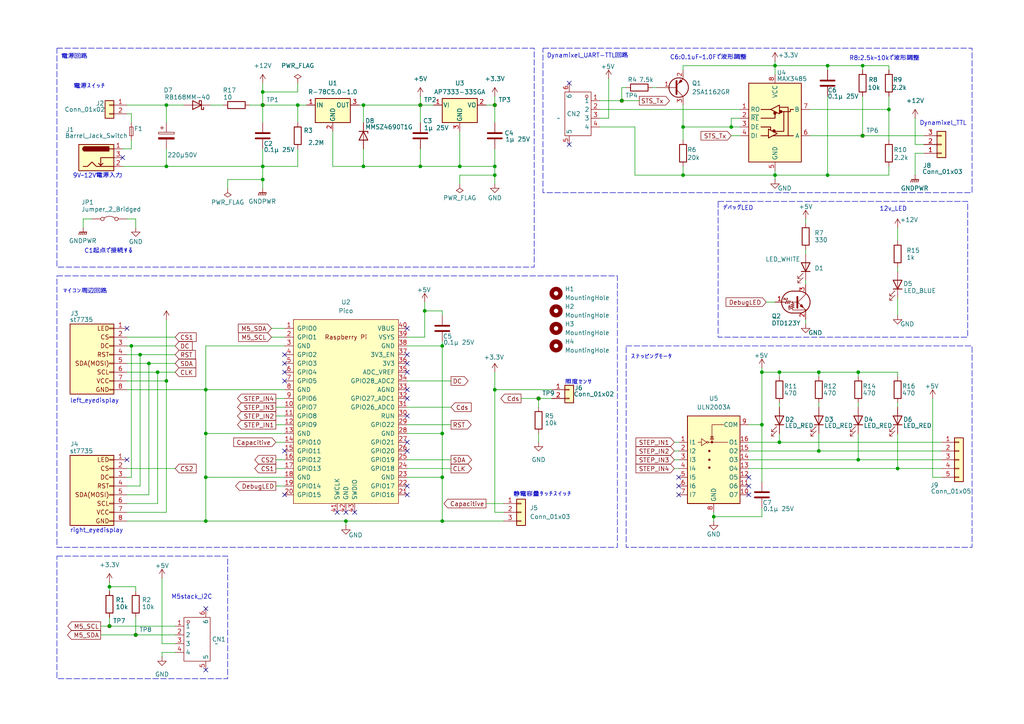
<source format=kicad_sch>
(kicad_sch (version 20231120) (generator "eeschema") (generator_version "8.0")
  (paper "A4")
  (junction (at 59.69 151.13))
  (junction (at 39.37 184.15))
  (junction (at 250.19 19.05))
  (junction (at 59.69 125.73))
  (junction (at 224.79 50.8))
  (junction (at 248.92 107.95))
  (junction (at 180.34 29.21))
  (junction (at 133.35 48.26))
  (junction (at 105.41 30.48))
  (junction (at 257.81 31.75))
  (junction (at 240.03 50.8))
  (junction (at 237.49 107.95))
  (junction (at 226.06 107.95))
  (junction (at 128.27 125.73))
  (junction (at 48.26 30.48))
  (junction (at 128.27 138.43))
  (junction (at 143.51 50.8))
  (junction (at 156.21 115.57))
  (junction (at 128.27 151.13))
  (junction (at 121.92 30.48))
  (junction (at 59.69 138.43))
  (junction (at 260.35 135.89))
  (junction (at 38.1 100.33))
  (junction (at 48.26 48.26))
  (junction (at 121.92 48.26))
  (junction (at 100.33 151.13))
  (junction (at 76.2 48.26))
  (junction (at 143.51 48.26))
  (junction (at 207.01 149.86))
  (junction (at 43.18 105.41))
  (junction (at 76.2 52.07))
  (junction (at 237.49 130.81))
  (junction (at 224.79 19.05))
  (junction (at 143.51 30.48))
  (junction (at 248.92 133.35))
  (junction (at 212.09 36.83))
  (junction (at 31.75 181.61))
  (junction (at 59.69 113.03))
  (junction (at 240.03 19.05))
  (junction (at 198.12 36.83))
  (junction (at 128.27 100.33))
  (junction (at 76.2 30.48))
  (junction (at 123.19 90.17))
  (junction (at 31.75 170.18))
  (junction (at 250.19 39.37))
  (junction (at 226.06 128.27))
  (junction (at 143.51 113.03))
  (junction (at 76.2 26.67))
  (junction (at 45.72 107.95))
  (junction (at 105.41 48.26))
  (junction (at 48.26 110.49))
  (junction (at 220.98 107.95))
  (junction (at 40.64 102.87))
  (junction (at 86.36 30.48))
  (junction (at 220.98 123.19))
  (junction (at 198.12 50.8))
  (no_connect (at 196.85 143.51))
  (no_connect (at 196.85 140.97))
  (no_connect (at 217.17 140.97))
  (no_connect (at 82.55 130.81))
  (no_connect (at 118.11 105.41))
  (no_connect (at 102.87 148.59))
  (no_connect (at 100.33 148.59))
  (no_connect (at 217.17 143.51))
  (no_connect (at 118.11 102.87))
  (no_connect (at 217.17 138.43))
  (no_connect (at 118.11 128.27))
  (no_connect (at 36.83 133.35))
  (no_connect (at 35.56 45.72))
  (no_connect (at 118.11 113.03))
  (no_connect (at 97.79 148.59))
  (no_connect (at 59.69 194.31))
  (no_connect (at 118.11 140.97))
  (no_connect (at 82.55 143.51))
  (no_connect (at 165.1 24.13))
  (no_connect (at 82.55 102.87))
  (no_connect (at 118.11 120.65))
  (no_connect (at 118.11 130.81))
  (no_connect (at 118.11 115.57))
  (no_connect (at 82.55 110.49))
  (no_connect (at 82.55 107.95))
  (no_connect (at 118.11 95.25))
  (no_connect (at 36.83 95.25))
  (no_connect (at 196.85 138.43))
  (no_connect (at 118.11 143.51))
  (no_connect (at 165.1 41.91))
  (no_connect (at 59.69 176.53))
  (no_connect (at 82.55 105.41))
  (no_connect (at 118.11 107.95))
  (wire (pts (xy 128.27 100.33) (xy 128.27 125.73)))
  (wire (pts (xy 31.75 181.61) (xy 29.21 181.61)))
  (wire (pts (xy 143.51 113.03) (xy 143.51 148.59)))
  (wire (pts (xy 173.99 31.75) (xy 214.63 31.75)))
  (wire (pts (xy 80.01 123.19) (xy 82.55 123.19)))
  (wire (pts (xy 185.42 29.21) (xy 180.34 29.21)))
  (wire (pts (xy 128.27 99.06) (xy 128.27 100.33)))
  (wire (pts (xy 80.01 118.11) (xy 82.55 118.11)))
  (wire (pts (xy 104.14 30.48) (xy 105.41 30.48)))
  (wire (pts (xy 80.01 115.57) (xy 82.55 115.57)))
  (wire (pts (xy 265.43 44.45) (xy 265.43 50.8)))
  (wire (pts (xy 76.2 35.56) (xy 76.2 30.48)))
  (wire (pts (xy 198.12 19.05) (xy 224.79 19.05)))
  (wire (pts (xy 96.52 48.26) (xy 105.41 48.26)))
  (wire (pts (xy 39.37 171.45) (xy 39.37 170.18)))
  (wire (pts (xy 59.69 100.33) (xy 59.69 113.03)))
  (wire (pts (xy 105.41 35.56) (xy 105.41 30.48)))
  (wire (pts (xy 240.03 19.05) (xy 250.19 19.05)))
  (wire (pts (xy 39.37 184.15) (xy 50.8 184.15)))
  (wire (pts (xy 82.55 125.73) (xy 59.69 125.73)))
  (wire (pts (xy 156.21 125.73) (xy 156.21 128.27)))
  (wire (pts (xy 237.49 116.84) (xy 237.49 118.11)))
  (wire (pts (xy 207.01 149.86) (xy 207.01 148.59)))
  (wire (pts (xy 250.19 20.32) (xy 250.19 19.05)))
  (wire (pts (xy 121.92 43.18) (xy 121.92 48.26)))
  (wire (pts (xy 128.27 91.44) (xy 128.27 90.17)))
  (wire (pts (xy 36.83 63.5) (xy 39.37 63.5)))
  (wire (pts (xy 46.99 189.23) (xy 46.99 190.5)))
  (wire (pts (xy 36.83 148.59) (xy 48.26 148.59)))
  (wire (pts (xy 36.83 140.97) (xy 40.64 140.97)))
  (wire (pts (xy 143.51 148.59) (xy 146.05 148.59)))
  (wire (pts (xy 50.8 189.23) (xy 46.99 189.23)))
  (wire (pts (xy 24.13 66.04) (xy 24.13 63.5)))
  (wire (pts (xy 217.17 128.27) (xy 226.06 128.27)))
  (wire (pts (xy 248.92 125.73) (xy 248.92 133.35)))
  (wire (pts (xy 212.09 36.83) (xy 214.63 36.83)))
  (wire (pts (xy 176.53 22.86) (xy 176.53 34.29)))
  (wire (pts (xy 198.12 30.48) (xy 198.12 36.83)))
  (wire (pts (xy 133.35 53.34) (xy 133.35 50.8)))
  (wire (pts (xy 198.12 36.83) (xy 198.12 40.64)))
  (wire (pts (xy 29.21 184.15) (xy 39.37 184.15)))
  (wire (pts (xy 270.51 115.57) (xy 270.51 138.43)))
  (wire (pts (xy 128.27 151.13) (xy 100.33 151.13)))
  (wire (pts (xy 45.72 107.95) (xy 50.8 107.95)))
  (wire (pts (xy 123.19 87.63) (xy 123.19 90.17)))
  (wire (pts (xy 86.36 48.26) (xy 76.2 48.26)))
  (wire (pts (xy 257.81 31.75) (xy 257.81 40.64)))
  (wire (pts (xy 217.17 133.35) (xy 248.92 133.35)))
  (wire (pts (xy 224.79 50.8) (xy 224.79 52.07)))
  (wire (pts (xy 36.83 143.51) (xy 43.18 143.51)))
  (wire (pts (xy 66.04 54.61) (xy 66.04 52.07)))
  (wire (pts (xy 59.69 151.13) (xy 100.33 151.13)))
  (wire (pts (xy 86.36 26.67) (xy 76.2 26.67)))
  (wire (pts (xy 260.35 135.89) (xy 273.05 135.89)))
  (wire (pts (xy 45.72 146.05) (xy 45.72 107.95)))
  (wire (pts (xy 173.99 34.29) (xy 176.53 34.29)))
  (wire (pts (xy 226.06 116.84) (xy 226.06 118.11)))
  (wire (pts (xy 80.01 120.65) (xy 82.55 120.65)))
  (wire (pts (xy 133.35 50.8) (xy 143.51 50.8)))
  (wire (pts (xy 24.13 63.5) (xy 26.67 63.5)))
  (wire (pts (xy 118.11 133.35) (xy 130.81 133.35)))
  (wire (pts (xy 156.21 115.57) (xy 160.02 115.57)))
  (wire (pts (xy 257.81 48.26) (xy 257.81 50.8)))
  (wire (pts (xy 265.43 34.29) (xy 265.43 41.91)))
  (wire (pts (xy 220.98 149.86) (xy 207.01 149.86)))
  (wire (pts (xy 59.69 113.03) (xy 82.55 113.03)))
  (wire (pts (xy 123.19 90.17) (xy 123.19 97.79)))
  (wire (pts (xy 240.03 19.05) (xy 224.79 19.05)))
  (wire (pts (xy 273.05 130.81) (xy 237.49 130.81)))
  (wire (pts (xy 217.17 130.81) (xy 237.49 130.81)))
  (wire (pts (xy 248.92 116.84) (xy 248.92 118.11)))
  (wire (pts (xy 143.51 107.95) (xy 143.51 113.03)))
  (wire (pts (xy 35.56 48.26) (xy 48.26 48.26)))
  (wire (pts (xy 86.36 30.48) (xy 88.9 30.48)))
  (wire (pts (xy 250.19 39.37) (xy 267.97 39.37)))
  (wire (pts (xy 217.17 135.89) (xy 260.35 135.89)))
  (wire (pts (xy 105.41 48.26) (xy 121.92 48.26)))
  (wire (pts (xy 234.95 31.75) (xy 257.81 31.75)))
  (wire (pts (xy 224.79 17.78) (xy 224.79 19.05)))
  (wire (pts (xy 195.58 133.35) (xy 196.85 133.35)))
  (wire (pts (xy 184.15 50.8) (xy 198.12 50.8)))
  (wire (pts (xy 36.83 110.49) (xy 48.26 110.49)))
  (wire (pts (xy 224.79 19.05) (xy 224.79 21.59)))
  (wire (pts (xy 189.23 25.4) (xy 190.5 25.4)))
  (wire (pts (xy 237.49 109.22) (xy 237.49 107.95)))
  (wire (pts (xy 195.58 135.89) (xy 196.85 135.89)))
  (wire (pts (xy 237.49 125.73) (xy 237.49 130.81)))
  (wire (pts (xy 43.18 143.51) (xy 43.18 105.41)))
  (wire (pts (xy 36.83 105.41) (xy 43.18 105.41)))
  (wire (pts (xy 118.11 97.79) (xy 123.19 97.79)))
  (wire (pts (xy 80.01 135.89) (xy 82.55 135.89)))
  (wire (pts (xy 39.37 63.5) (xy 39.37 66.04)))
  (wire (pts (xy 214.63 34.29) (xy 212.09 34.29)))
  (wire (pts (xy 40.64 140.97) (xy 40.64 102.87)))
  (wire (pts (xy 128.27 125.73) (xy 128.27 138.43)))
  (wire (pts (xy 96.52 38.1) (xy 96.52 48.26)))
  (wire (pts (xy 48.26 30.48) (xy 53.34 30.48)))
  (wire (pts (xy 128.27 151.13) (xy 146.05 151.13)))
  (wire (pts (xy 250.19 27.94) (xy 250.19 39.37)))
  (wire (pts (xy 72.39 30.48) (xy 76.2 30.48)))
  (wire (pts (xy 36.83 151.13) (xy 59.69 151.13)))
  (wire (pts (xy 118.11 138.43) (xy 128.27 138.43)))
  (wire (pts (xy 156.21 118.11) (xy 156.21 115.57)))
  (wire (pts (xy 143.51 48.26) (xy 133.35 48.26)))
  (wire (pts (xy 31.75 179.07) (xy 31.75 181.61)))
  (wire (pts (xy 59.69 138.43) (xy 82.55 138.43)))
  (wire (pts (xy 240.03 27.94) (xy 240.03 50.8)))
  (wire (pts (xy 118.11 110.49) (xy 130.81 110.49)))
  (wire (pts (xy 233.68 81.28) (xy 233.68 82.55)))
  (wire (pts (xy 36.83 102.87) (xy 40.64 102.87)))
  (wire (pts (xy 78.74 97.79) (xy 82.55 97.79)))
  (wire (pts (xy 105.41 30.48) (xy 121.92 30.48)))
  (wire (pts (xy 240.03 50.8) (xy 257.81 50.8)))
  (wire (pts (xy 46.99 167.64) (xy 46.99 186.69)))
  (wire (pts (xy 260.35 107.95) (xy 248.92 107.95)))
  (wire (pts (xy 198.12 48.26) (xy 198.12 50.8)))
  (wire (pts (xy 198.12 50.8) (xy 224.79 50.8)))
  (wire (pts (xy 76.2 52.07) (xy 76.2 54.61)))
  (wire (pts (xy 260.35 116.84) (xy 260.35 118.11)))
  (wire (pts (xy 78.74 95.25) (xy 82.55 95.25)))
  (wire (pts (xy 220.98 147.32) (xy 220.98 149.86)))
  (wire (pts (xy 237.49 107.95) (xy 226.06 107.95)))
  (wire (pts (xy 86.36 24.13) (xy 86.36 26.67)))
  (wire (pts (xy 50.8 181.61) (xy 31.75 181.61)))
  (wire (pts (xy 66.04 52.07) (xy 76.2 52.07)))
  (wire (pts (xy 38.1 40.64) (xy 38.1 43.18)))
  (wire (pts (xy 151.13 115.57) (xy 156.21 115.57)))
  (wire (pts (xy 86.36 35.56) (xy 86.36 30.48)))
  (wire (pts (xy 50.8 105.41) (xy 43.18 105.41)))
  (wire (pts (xy 195.58 128.27) (xy 196.85 128.27)))
  (wire (pts (xy 184.15 36.83) (xy 184.15 50.8)))
  (wire (pts (xy 226.06 128.27) (xy 273.05 128.27)))
  (wire (pts (xy 273.05 138.43) (xy 270.51 138.43)))
  (wire (pts (xy 39.37 179.07) (xy 39.37 184.15)))
  (wire (pts (xy 36.83 33.02) (xy 38.1 33.02)))
  (wire (pts (xy 212.09 39.37) (xy 214.63 39.37)))
  (wire (pts (xy 38.1 33.02) (xy 38.1 35.56)))
  (wire (pts (xy 233.68 63.5) (xy 233.68 64.77)))
  (wire (pts (xy 48.26 110.49) (xy 48.26 148.59)))
  (wire (pts (xy 76.2 48.26) (xy 76.2 52.07)))
  (wire (pts (xy 38.1 100.33) (xy 50.8 100.33)))
  (wire (pts (xy 260.35 109.22) (xy 260.35 107.95)))
  (wire (pts (xy 257.81 27.94) (xy 257.81 31.75)))
  (wire (pts (xy 220.98 139.7) (xy 220.98 123.19)))
  (wire (pts (xy 222.25 87.63) (xy 224.79 87.63)))
  (wire (pts (xy 226.06 125.73) (xy 226.06 128.27)))
  (wire (pts (xy 76.2 26.67) (xy 76.2 30.48)))
  (wire (pts (xy 105.41 43.18) (xy 105.41 48.26)))
  (wire (pts (xy 257.81 20.32) (xy 257.81 19.05)))
  (wire (pts (xy 143.51 43.18) (xy 143.51 48.26)))
  (wire (pts (xy 118.11 123.19) (xy 130.81 123.19)))
  (wire (pts (xy 40.64 102.87) (xy 50.8 102.87)))
  (wire (pts (xy 224.79 49.53) (xy 224.79 50.8)))
  (wire (pts (xy 31.75 170.18) (xy 31.75 171.45)))
  (wire (pts (xy 38.1 138.43) (xy 38.1 100.33)))
  (wire (pts (xy 59.69 125.73) (xy 59.69 138.43)))
  (wire (pts (xy 260.35 125.73) (xy 260.35 135.89)))
  (wire (pts (xy 248.92 107.95) (xy 237.49 107.95)))
  (wire (pts (xy 248.92 133.35) (xy 273.05 133.35)))
  (wire (pts (xy 59.69 113.03) (xy 59.69 125.73)))
  (wire (pts (xy 48.26 43.18) (xy 48.26 48.26)))
  (wire (pts (xy 121.92 27.94) (xy 121.92 30.48)))
  (wire (pts (xy 220.98 106.68) (xy 220.98 107.95)))
  (wire (pts (xy 36.83 138.43) (xy 38.1 138.43)))
  (wire (pts (xy 31.75 168.91) (xy 31.75 170.18)))
  (wire (pts (xy 36.83 113.03) (xy 59.69 113.03)))
  (wire (pts (xy 143.51 27.94) (xy 143.51 30.48)))
  (wire (pts (xy 173.99 36.83) (xy 184.15 36.83)))
  (wire (pts (xy 86.36 43.18) (xy 86.36 48.26)))
  (wire (pts (xy 140.97 30.48) (xy 143.51 30.48)))
  (wire (pts (xy 195.58 130.81) (xy 196.85 130.81)))
  (wire (pts (xy 59.69 138.43) (xy 59.69 151.13)))
  (wire (pts (xy 80.01 133.35) (xy 82.55 133.35)))
  (wire (pts (xy 36.83 146.05) (xy 45.72 146.05)))
  (wire (pts (xy 198.12 20.32) (xy 198.12 19.05)))
  (wire (pts (xy 76.2 43.18) (xy 76.2 48.26)))
  (wire (pts (xy 46.99 186.69) (xy 50.8 186.69)))
  (wire (pts (xy 220.98 107.95) (xy 220.98 123.19)))
  (wire (pts (xy 39.37 170.18) (xy 31.75 170.18)))
  (wire (pts (xy 59.69 100.33) (xy 82.55 100.33)))
  (wire (pts (xy 250.19 19.05) (xy 257.81 19.05)))
  (wire (pts (xy 48.26 30.48) (xy 48.26 35.56)))
  (wire (pts (xy 265.43 41.91) (xy 267.97 41.91)))
  (wire (pts (xy 121.92 35.56) (xy 121.92 30.48)))
  (wire (pts (xy 265.43 44.45) (xy 267.97 44.45)))
  (wire (pts (xy 36.83 107.95) (xy 45.72 107.95)))
  (wire (pts (xy 118.11 135.89) (xy 130.81 135.89)))
  (wire (pts (xy 143.51 113.03) (xy 160.02 113.03)))
  (wire (pts (xy 36.83 30.48) (xy 48.26 30.48)))
  (wire (pts (xy 260.35 66.04) (xy 260.35 69.85)))
  (wire (pts (xy 226.06 109.22) (xy 226.06 107.95)))
  (wire (pts (xy 143.51 30.48) (xy 143.51 35.56)))
  (wire (pts (xy 233.68 72.39) (xy 233.68 73.66)))
  (wire (pts (xy 226.06 107.95) (xy 220.98 107.95)))
  (wire (pts (xy 248.92 109.22) (xy 248.92 107.95)))
  (wire (pts (xy 76.2 24.13) (xy 76.2 26.67)))
  (wire (pts (xy 128.27 138.43) (xy 128.27 151.13)))
  (wire (pts (xy 118.11 125.73) (xy 128.27 125.73)))
  (wire (pts (xy 36.83 100.33) (xy 38.1 100.33)))
  (wire (pts (xy 260.35 86.36) (xy 260.35 91.44)))
  (wire (pts (xy 76.2 30.48) (xy 86.36 30.48)))
  (wire (pts (xy 143.51 50.8) (xy 143.51 48.26)))
  (wire (pts (xy 207.01 149.86) (xy 207.01 151.13)))
  (wire (pts (xy 36.83 97.79) (xy 50.8 97.79)))
  (wire (pts (xy 128.27 90.17) (xy 123.19 90.17)))
  (wire (pts (xy 35.56 43.18) (xy 38.1 43.18)))
  (wire (pts (xy 217.17 123.19) (xy 220.98 123.19)))
  (wire (pts (xy 240.03 50.8) (xy 224.79 50.8)))
  (wire (pts (xy 133.35 48.26) (xy 121.92 48.26)))
  (wire (pts (xy 198.12 36.83) (xy 212.09 36.83)))
  (wire (pts (xy 260.35 77.47) (xy 260.35 78.74)))
  (wire (pts (xy 48.26 48.26) (xy 76.2 48.26)))
  (wire (pts (xy 133.35 38.1) (xy 133.35 48.26)))
  (wire (pts (xy 233.68 92.71) (xy 233.68 93.98)))
  (wire (pts (xy 130.81 118.11) (xy 118.11 118.11)))
  (wire (pts (xy 60.96 30.48) (xy 64.77 30.48)))
  (wire (pts (xy 121.92 30.48) (xy 125.73 30.48)))
  (wire (pts (xy 80.01 128.27) (xy 82.55 128.27)))
  (wire (pts (xy 143.51 53.34) (xy 143.51 50.8)))
  (wire (pts (xy 173.99 29.21) (xy 180.34 29.21)))
  (wire (pts (xy 250.19 39.37) (xy 234.95 39.37)))
  (wire (pts (xy 180.34 25.4) (xy 181.61 25.4)))
  (wire (pts (xy 48.26 92.71) (xy 48.26 110.49)))
  (wire (pts (xy 118.11 100.33) (xy 128.27 100.33)))
  (wire (pts (xy 100.33 151.13) (xy 100.33 152.4)))
  (wire (pts (xy 140.97 146.05) (xy 146.05 146.05)))
  (wire (pts (xy 212.09 34.29) (xy 212.09 36.83)))
  (wire (pts (xy 240.03 19.05) (xy 240.03 20.32)))
  (wire (pts (xy 80.01 140.97) (xy 82.55 140.97)))
  (wire (pts (xy 36.83 135.89) (xy 50.8 135.89)))
  (wire (pts (xy 180.34 25.4) (xy 180.34 29.21)))
  (rectangle (start 208.28 58.42) (end 280.67 97.79) (stroke (width 0) (type dash)))
  (rectangle (start 16.51 13.97) (end 154.94 77.47) (stroke (width 0) (type dash)))
  (rectangle (start 157.48 13.97) (end 281.94 55.88) (stroke (width 0) (type dash)))
  (rectangle (start 16.51 161.29) (end 66.04 196.85) (stroke (width 0) (type dash)))
  (rectangle (start 16.51 80.01) (end 179.07 158.75) (stroke (width 0) (type dash)))
  (rectangle (start 181.61 100.33) (end 281.94 158.75) (stroke (width 0) (type dash)))
  (text "C6:0.1uF~1.0Fで波形調整" (at 205.486 16.764 0) (effects (font (size 1.27 1.27))))
  (text "電源回路" (at 21.59 16.51 0) (effects (font (size 1.27 1.27))))
  (text "デバッグLED" (at 209.55 61.214 0) (effects (font (size 1.27 1.27)) (justify left bottom)))
  (text "C1起点で接続する" (at 31.496 72.898 0) (effects (font (size 1.27 1.27))))
  (text "Dynamixel_TTL" (at 273.558 35.814 0) (effects (font (size 1.27 1.27))))
  (text "right_eyedisplay" (at 20.32 154.686 0) (effects (font (size 1.27 1.27)) (justify left bottom)))
  (text "Dynamixel_UART-TTL回路" (at 170.434 16.256 0) (effects (font (size 1.27 1.27))))
  (text "マイコン周辺回路" (at 24.638 84.582 0) (effects (font (size 1.27 1.27))))
  (text "電源スイッチ" (at 21.336 25.908 0) (effects (font (size 1.27 1.27)) (justify left bottom)))
  (text "静電容量タッチスイッチ" (at 148.844 143.51 0) (effects (font (size 1.27 1.27)) (justify left)))
  (text "M5stack_I2C" (at 55.626 173.228 0) (effects (font (size 1.27 1.27))))
  (text "ステッピングモータ" (at 195.072 104.394 0) (effects (font (size 1.27 1.27)) (justify right bottom)))
  (text "12v_LED" (at 259.08 60.706 0) (effects (font (size 1.27 1.27))))
  (text "left_eyedisplay" (at 20.32 117.094 0) (effects (font (size 1.27 1.27)) (justify left bottom)))
  (text "照度センサ" (at 163.83 110.998 0) (effects (font (size 1.27 1.27)) (justify left)))
  (text "R8:2.5k~10kで波形調整" (at 256.54 17.018 0) (effects (font (size 1.27 1.27))))
  (text "9V~12V電源入力" (at 21.082 51.816 0) (effects (font (size 1.27 1.27)) (justify left bottom)))
  (global_label "STS_Tx" (shape input) (at 212.09 39.37 180) (property "Intersheetrefs" "${INTERSHEET_REFS}" (effects (hide yes))))
  (global_label "DC" (shape input) (at 50.8 100.33 0) (property "Intersheetrefs" "${INTERSHEET_REFS}" (effects (hide yes))))
  (global_label "STEP_IN1" (shape output) (at 80.01 123.19 180) (property "Intersheetrefs" "${INTERSHEET_REFS}" (effects (hide yes))))
  (global_label "CS1" (shape output) (at 80.01 135.89 180) (property "Intersheetrefs" "${INTERSHEET_REFS}" (effects (hide yes))))
  (global_label "Cds" (shape input) (at 130.81 118.11 0) (property "Intersheetrefs" "${INTERSHEET_REFS}" (effects (hide yes))))
  (global_label "STEP_IN3" (shape input) (at 195.58 133.35 180) (property "Intersheetrefs" "${INTERSHEET_REFS}" (effects (hide yes))))
  (global_label "CS2" (shape input) (at 50.8 135.89 0) (property "Intersheetrefs" "${INTERSHEET_REFS}" (effects (hide yes))))
  (global_label "SDA" (shape input) (at 50.8 105.41 0) (property "Intersheetrefs" "${INTERSHEET_REFS}" (effects (hide yes))))
  (global_label "RST" (shape output) (at 130.81 123.19 0) (property "Intersheetrefs" "${INTERSHEET_REFS}" (effects (hide yes))))
  (global_label "DC" (shape output) (at 130.81 110.49 0) (property "Intersheetrefs" "${INTERSHEET_REFS}" (effects (hide yes))))
  (global_label "STEP_IN4" (shape output) (at 80.01 115.57 180) (property "Intersheetrefs" "${INTERSHEET_REFS}" (effects (hide yes))))
  (global_label "RST" (shape input) (at 50.8 102.87 0) (property "Intersheetrefs" "${INTERSHEET_REFS}" (effects (hide yes))))
  (global_label "Capacitive" (shape input) (at 80.01 128.27 180) (property "Intersheetrefs" "${INTERSHEET_REFS}" (effects (hide yes))))
  (global_label "Capacitive" (shape output) (at 140.97 146.05 180) (property "Intersheetrefs" "${INTERSHEET_REFS}" (effects (hide yes))))
  (global_label "Cds" (shape output) (at 151.13 115.57 180) (property "Intersheetrefs" "${INTERSHEET_REFS}" (effects (hide yes))))
  (global_label "STEP_IN3" (shape output) (at 80.01 118.11 180) (property "Intersheetrefs" "${INTERSHEET_REFS}" (effects (hide yes))))
  (global_label "M5_SDA" (shape input) (at 78.74 95.25 180) (property "Intersheetrefs" "${INTERSHEET_REFS}" (effects (hide yes))))
  (global_label "STEP_IN2" (shape output) (at 80.01 120.65 180) (property "Intersheetrefs" "${INTERSHEET_REFS}" (effects (hide yes))))
  (global_label "M5_SCL" (shape input) (at 78.74 97.79 180) (property "Intersheetrefs" "${INTERSHEET_REFS}" (effects (hide yes))))
  (global_label "CS1" (shape input) (at 50.8 97.79 0) (property "Intersheetrefs" "${INTERSHEET_REFS}" (effects (hide yes))))
  (global_label "CLK" (shape input) (at 50.8 107.95 0) (property "Intersheetrefs" "${INTERSHEET_REFS}" (effects (hide yes))))
  (global_label "STS_Tx" (shape output) (at 185.42 29.21 0) (property "Intersheetrefs" "${INTERSHEET_REFS}" (effects (hide yes))))
  (global_label "M5_SCL" (shape output) (at 29.21 181.61 180) (property "Intersheetrefs" "${INTERSHEET_REFS}" (effects (hide yes))))
  (global_label "DebugLED" (shape output) (at 80.01 140.97 180) (property "Intersheetrefs" "${INTERSHEET_REFS}" (effects (hide yes))))
  (global_label "CLK" (shape output) (at 130.81 135.89 0) (property "Intersheetrefs" "${INTERSHEET_REFS}" (effects (hide yes))))
  (global_label "CS2" (shape output) (at 80.01 133.35 180) (property "Intersheetrefs" "${INTERSHEET_REFS}" (effects (hide yes))))
  (global_label "STEP_IN1" (shape input) (at 195.58 128.27 180) (property "Intersheetrefs" "${INTERSHEET_REFS}" (effects (hide yes))))
  (global_label "M5_SDA" (shape output) (at 29.21 184.15 180) (property "Intersheetrefs" "${INTERSHEET_REFS}" (effects (hide yes))))
  (global_label "STEP_IN4" (shape input) (at 195.58 135.89 180) (property "Intersheetrefs" "${INTERSHEET_REFS}" (effects (hide yes))))
  (global_label "SDA" (shape output) (at 130.81 133.35 0) (property "Intersheetrefs" "${INTERSHEET_REFS}" (effects (hide yes))))
  (global_label "STEP_IN2" (shape input) (at 195.58 130.81 180) (property "Intersheetrefs" "${INTERSHEET_REFS}" (effects (hide yes))))
  (global_label "DebugLED" (shape input) (at 222.25 87.63 180) (property "Intersheetrefs" "${INTERSHEET_REFS}" (effects (hide yes))))
  (symbol (lib_id "power:GND") (at 224.79 52.07 0) (unit 1)
    (property "Reference" "#PWR015" (effects (hide yes)))
    (property "Value" "GND" (at 227.584 54.61 0))
    (property "Description" "Power symbol creates a global label with name \"GND\" , ground" (effects (hide yes)))
  )
  (symbol (lib_id "Connector_Generic:Conn_01x02") (at 165.1 113.03 0) (unit 1)
    (property "Reference" "J6" (at 166.624 112.522 0) (effects (justify left)))
    (property "Value" "Conn_01x02" (at 166.37 114.3 0) (effects (justify left)))
    (property "Footprint" "Connector_JST:JST_XH_B2B-XH-A_1x02_P2.50mm_Vertical" (effects (hide yes)))
    (property "Description" "Generic connector, single row, 01x02, script generated (kicad-library-utils/schlib/autogen/connector/)" (effects (hide yes)))
  )
  (symbol (lib_id "power:+5V") (at 233.68 63.5 0) (unit 1)
    (property "Reference" "#PWR017" (effects (hide yes)))
    (property "Value" "+5V" (at 233.68 59.944 0))
    (property "Description" "Power symbol creates a global label with name \"+5V\"" (effects (hide yes)))
  )
  (symbol (lib_id "power:GND") (at 207.01 151.13 0) (unit 1)
    (property "Reference" "#PWR016" (effects (hide yes)))
    (property "Value" "GND" (at 207.01 154.94 0))
    (property "Description" "Power symbol creates a global label with name \"GND\" , ground" (effects (hide yes)))
  )
  (symbol (lib_id "Mechanical:MountingHole") (at 161.29 90.17 0) (unit 1) (exclude_from_sim yes) (in_bom no)
    (property "Reference" "H2" (at 163.83 88.8999 0) (effects (justify left)))
    (property "Value" "MountingHole" (at 163.83 91.4399 0) (effects (justify left)))
    (property "Footprint" "MountingHole:MountingHole_3.2mm_M3" (effects (hide yes)))
    (property "Description" "Mounting Hole without connection" (effects (hide yes)))
  )
  (symbol (lib_id "Connector:TestPoint_Small") (at 39.37 184.15 0) (unit 1)
    (property "Reference" "TP8" (at 40.386 182.626 0) (effects (justify left)))
    (property "Value" "TestPoint_Small" (effects (hide yes)))
    (property "Footprint" "TestPoint:TestPoint_Pad_D1.0mm" (effects (hide yes)))
    (property "Description" "test point" (effects (hide yes)))
  )
  (symbol (lib_id "Device:C") (at 128.27 95.25 180) (unit 1)
    (property "Reference" "C5" (at 129.794 97.536 0))
    (property "Value" "0.1μ 25V" (at 133.096 99.314 0))
    (property "Footprint" "Capacitor_SMD:C_0603_1608Metric_Pad1.08x0.95mm_HandSolder" (effects (hide yes)))
    (property "Description" "Unpolarized capacitor" (effects (hide yes)))
  )
  (symbol (lib_id "Connector:TestPoint_Small") (at 76.2 30.48 0) (unit 1)
    (property "Reference" "TP1" (at 77.216 28.956 0) (effects (justify left)))
    (property "Value" "TestPoint_Small" (effects (hide yes)))
    (property "Footprint" "TestPoint:TestPoint_Pad_D1.0mm" (effects (hide yes)))
    (property "Description" "test point" (effects (hide yes)))
  )
  (symbol (lib_id "Device:R") (at 185.42 25.4 90) (unit 1)
    (property "Reference" "R4" (at 183.388 23.114 90))
    (property "Value" "7.5k" (at 187.452 23.114 90))
    (property "Footprint" "Resistor_SMD:R_0603_1608Metric_Pad0.98x0.95mm_HandSolder" (effects (hide yes)))
    (property "Description" "Resistor" (effects (hide yes)))
  )
  (symbol (lib_id "Device:R") (at 68.58 30.48 90) (unit 1)
    (property "Reference" "R17" (at 66.548 26.162 90))
    (property "Value" "10" (at 66.04 28.194 90))
    (property "Footprint" "Resistor_SMD:R_0805_2012Metric_Pad1.20x1.40mm_HandSolder" (effects (hide yes)))
    (property "Description" "Resistor" (effects (hide yes)))
  )
  (symbol (lib_id "Device:R") (at 237.49 113.03 0) (unit 1)
    (property "Reference" "R12" (at 238.76 112.014 0) (effects (justify left)))
    (property "Value" "470" (at 238.76 114.046 0) (effects (justify left)))
    (property "Footprint" "Resistor_SMD:R_0603_1608Metric_Pad0.98x0.95mm_HandSolder" (effects (hide yes)))
    (property "Description" "Resistor" (effects (hide yes)))
  )
  (symbol (lib_id "power:GND") (at 233.68 93.98 0) (unit 1)
    (property "Reference" "#PWR018" (effects (hide yes)))
    (property "Value" "GND" (at 236.474 96.52 0))
    (property "Description" "Power symbol creates a global label with name \"GND\" , ground" (effects (hide yes)))
  )
  (symbol (lib_id "Device:R") (at 250.19 24.13 180) (unit 1)
    (property "Reference" "R8" (at 253.238 23.114 0))
    (property "Value" "10k" (at 253.492 25.4 0))
    (property "Footprint" "Resistor_SMD:R_0603_1608Metric_Pad0.98x0.95mm_HandSolder" (effects (hide yes)))
    (property "Description" "Resistor" (effects (hide yes)))
  )
  (symbol (lib_id "Device:LED") (at 237.49 121.92 270) (mirror x) (unit 1)
    (property "Reference" "D3" (at 241.808 121.666 90) (effects (justify right)))
    (property "Value" "LED_RED" (at 247.396 123.444 90) (effects (justify right)))
    (property "Footprint" "LED_SMD:LED_0603_1608Metric_Pad1.05x0.95mm_HandSolder" (effects (hide yes)))
    (property "Description" "Light emitting diode" (effects (hide yes)))
  )
  (symbol (lib_id "Device:D_Schottky") (at 57.15 30.48 180) (unit 1)
    (property "Reference" "D7" (at 48.768 26.162 0))
    (property "Value" "RB168MM-40" (at 54.356 28.194 0))
    (property "Footprint" "Diode_SMD:D_SOD-123F" (effects (hide yes)))
    (property "Description" "Schottky diode" (effects (hide yes)))
  )
  (symbol (lib_id "Jumper:Jumper_2_Bridged") (at 31.75 63.5 0) (unit 1) (exclude_from_sim yes)
    (property "Reference" "JP1" (at 25.4 58.674 0))
    (property "Value" "Jumper_2_Bridged" (at 32.258 60.706 0))
    (property "Footprint" "Jumper:SolderJumper-2_P1.3mm_Bridged_Pad1.0x1.5mm" (effects (hide yes)))
    (property "Description" "Jumper, 2-pole, closed/bridged" (effects (hide yes)))
  )
  (symbol (lib_id "Connector:TestPoint_Small") (at 143.51 30.48 0) (unit 1)
    (property "Reference" "TP3" (at 144.526 28.956 0) (effects (justify left)))
    (property "Value" "TestPoint_Small" (effects (hide yes)))
    (property "Footprint" "TestPoint:TestPoint_Pad_D1.0mm" (effects (hide yes)))
    (property "Description" "test point" (effects (hide yes)))
  )
  (symbol (lib_id "Transistor_Array:ULN2003A") (at 207.01 133.35 0) (unit 1)
    (property "Reference" "U5" (at 207.01 115.57 0))
    (property "Value" "ULN2003A" (at 207.01 118.11 0))
    (property "Footprint" "Package_DIP:DIP-16_W7.62mm_Socket_LongPads" (effects (hide yes)))
    (property "Datasheet" "http://www.ti.com/lit/ds/symlink/uln2003a.pdf" (effects (hide yes)))
    (property "Description" "High Voltage, High Current Darlington Transistor Arrays, SOIC16/SOIC16W/DIP16/TSSOP16" (effects (hide yes)))
  )
  (symbol (lib_id "Device:C") (at 76.2 39.37 0) (unit 1)
    (property "Reference" "C2" (at 76.454 41.656 0) (effects (justify left)))
    (property "Value" "0.1μ 25V" (at 76.454 43.434 0) (effects (justify left)))
    (property "Footprint" "Capacitor_SMD:C_0603_1608Metric_Pad1.08x0.95mm_HandSolder" (effects (hide yes)))
    (property "Description" "Unpolarized capacitor" (effects (hide yes)))
  )
  (symbol (lib_id "Device:LED") (at 260.35 82.55 270) (mirror x) (unit 1)
    (property "Reference" "D5" (at 264.668 82.296 90) (effects (justify right)))
    (property "Value" "LED_BLUE" (at 271.526 84.328 90) (effects (justify right)))
    (property "Footprint" "LED_SMD:LED_0603_1608Metric_Pad1.05x0.95mm_HandSolder" (effects (hide yes)))
    (property "Description" "Light emitting diode" (effects (hide yes)))
  )
  (symbol (lib_id "power:GND") (at 46.99 190.5 0) (unit 1)
    (property "Reference" "#PWR03" (effects (hide yes)))
    (property "Value" "GND" (at 46.99 195.58 0))
    (property "Description" "Power symbol creates a global label with name \"GND\" , ground" (effects (hide yes)))
  )
  (symbol (lib_id "Interface_UART:MAX3485") (at 224.79 34.29 0) (unit 1)
    (property "Reference" "U4" (at 225.298 21.082 0) (effects (justify left)))
    (property "Value" "MAX3485" (at 225.298 22.86 0) (effects (justify left)))
    (property "Footprint" "Package_SO:SOP-8_3.9x4.9mm_P1.27mm" (effects (hide yes)))
    (property "Datasheet" "https://datasheets.maximintegrated.com/en/ds/MAX3483-MAX3491.pdf" (effects (hide yes)))
    (property "Description" "True RS-485/RS-422, 10Mbps, Slew-Rate Limited, with low-power shutdown, with receiver/driver enable, 32 receiver drive capacitity, DIP-8 and SOIC-8" (effects (hide yes)))
  )
  (symbol (lib_id "New_Library:HY2.0-4P-WT") (at 168.91 33.02 0) (mirror y) (unit 1)
    (property "Reference" "CN2" (at 168.402 33.02 0) (effects (justify left)))
    (property "Value" "~" (at 162.56 34.29 0) (effects (justify left)))
    (property "Footprint" "mylibrary:CONN-SMD_HY2.0-4P" (effects (hide yes)))
  )
  (symbol (lib_id "power:+3.3V") (at 224.79 17.78 0) (unit 1)
    (property "Reference" "#PWR014" (effects (hide yes)))
    (property "Value" "+3.3V" (at 228.6 16.002 0))
    (property "Description" "Power symbol creates a global label with name \"+3.3V\"" (effects (hide yes)))
  )
  (symbol (lib_id "Device:C") (at 143.51 39.37 0) (unit 1)
    (property "Reference" "C4" (at 146.304 38.608 0) (effects (justify left)))
    (property "Value" "1μ 25V" (at 146.558 40.386 0) (effects (justify left)))
    (property "Footprint" "Capacitor_SMD:C_0603_1608Metric_Pad1.08x0.95mm_HandSolder" (effects (hide yes)))
    (property "Description" "Unpolarized capacitor" (effects (hide yes)))
  )
  (symbol (lib_id "Device:R") (at 156.21 121.92 0) (unit 1)
    (property "Reference" "R5" (at 157.988 120.65 0) (effects (justify left)))
    (property "Value" "10k" (at 157.988 122.682 0) (effects (justify left)))
    (property "Footprint" "Resistor_SMD:R_0603_1608Metric_Pad0.98x0.95mm_HandSolder" (effects (hide yes)))
    (property "Description" "Resistor" (effects (hide yes)))
  )
  (symbol (lib_id "Device:C") (at 240.03 24.13 0) (unit 1)
    (property "Reference" "C6" (at 240.03 26.162 0) (effects (justify left)))
    (property "Value" "0.1μ 25V" (at 240.03 27.94 0) (effects (justify left)))
    (property "Footprint" "Capacitor_SMD:C_0603_1608Metric_Pad1.08x0.95mm_HandSolder" (effects (hide yes)))
    (property "Description" "Unpolarized capacitor" (effects (hide yes)))
  )
  (symbol (lib_id "Device:R") (at 86.36 39.37 180) (unit 1)
    (property "Reference" "R3" (at 89.408 37.846 0))
    (property "Value" "2.2M" (at 91.694 41.402 0))
    (property "Footprint" "Resistor_SMD:R_0603_1608Metric_Pad0.98x0.95mm_HandSolder" (effects (hide yes)))
    (property "Description" "Resistor" (effects (hide yes)))
  )
  (symbol (lib_id "Device:C") (at 220.98 143.51 180) (unit 1)
    (property "Reference" "C7" (at 222.504 145.796 0))
    (property "Value" "0.1μ 25V" (at 225.806 147.574 0))
    (property "Footprint" "Capacitor_SMD:C_0603_1608Metric_Pad1.08x0.95mm_HandSolder" (effects (hide yes)))
    (property "Description" "Unpolarized capacitor" (effects (hide yes)))
  )
  (symbol (lib_id "Device:C") (at 121.92 39.37 0) (unit 1)
    (property "Reference" "C3" (at 122.682 35.052 0) (effects (justify left)))
    (property "Value" "1μ 25V" (at 122.936 37.084 0) (effects (justify left)))
    (property "Footprint" "Capacitor_SMD:C_0603_1608Metric_Pad1.08x0.95mm_HandSolder" (effects (hide yes)))
    (property "Description" "Unpolarized capacitor" (effects (hide yes)))
  )
  (symbol (lib_id "power:+12V") (at 260.35 66.04 0) (unit 1)
    (property "Reference" "#PWR022" (effects (hide yes)))
    (property "Value" "+12V" (at 263.652 63.754 0))
    (property "Description" "Power symbol creates a global label with name \"+12V\"" (effects (hide yes)))
  )
  (symbol (lib_id "Device:R") (at 257.81 24.13 180) (unit 1)
    (property "Reference" "R9" (at 260.35 23.114 0))
    (property "Value" "2.2k" (at 260.858 25.4 0))
    (property "Footprint" "Resistor_SMD:R_0603_1608Metric_Pad0.98x0.95mm_HandSolder" (effects (hide yes)))
    (property "Description" "Resistor" (effects (hide yes)))
  )
  (symbol (lib_id "Device:LED") (at 260.35 121.92 270) (mirror x) (unit 1)
    (property "Reference" "D6" (at 264.668 121.666 90) (effects (justify right)))
    (property "Value" "LED_RED" (at 270.256 123.444 90) (effects (justify right)))
    (property "Footprint" "LED_SMD:LED_0603_1608Metric_Pad1.05x0.95mm_HandSolder" (effects (hide yes)))
    (property "Description" "Light emitting diode" (effects (hide yes)))
  )
  (symbol (lib_id "Connector_Generic:Conn_01x05") (at 278.13 133.35 0) (unit 1)
    (property "Reference" "J9" (at 271.018 140.716 0))
    (property "Value" "Conn_01x05" (at 275.844 142.494 0))
    (property "Footprint" "Connector_JST:JST_XH_B5B-XH-A_1x05_P2.50mm_Vertical" (effects (hide yes)))
    (property "Description" "Generic connector, single row, 01x05, script generated (kicad-library-utils/schlib/autogen/connector/)" (effects (hide yes)))
  )
  (symbol (lib_id "Mechanical:MountingHole") (at 161.29 95.25 0) (unit 1) (exclude_from_sim yes) (in_bom no)
    (property "Reference" "H3" (at 163.83 93.9799 0) (effects (justify left)))
    (property "Value" "MountingHole" (at 163.83 96.5199 0) (effects (justify left)))
    (property "Footprint" "MountingHole:MountingHole_3.2mm_M3" (effects (hide yes)))
    (property "Description" "Mounting Hole without connection" (effects (hide yes)))
  )
  (symbol (lib_id "Connector:TestPoint_Small") (at 121.92 30.48 0) (unit 1)
    (property "Reference" "TP2" (at 122.936 28.956 0) (effects (justify left)))
    (property "Value" "TestPoint_Small" (effects (hide yes)))
    (property "Footprint" "TestPoint:TestPoint_Pad_D1.0mm" (effects (hide yes)))
    (property "Description" "test point" (effects (hide yes)))
  )
  (symbol (lib_id "power:+3.3V") (at 31.75 168.91 0) (unit 1)
    (property "Reference" "#PWR01" (effects (hide yes)))
    (property "Value" "+3.3V" (at 31.75 163.83 0))
    (property "Description" "Power symbol creates a global label with name \"+3.3V\"" (effects (hide yes)))
  )
  (symbol (lib_id "power:+12V") (at 265.43 34.29 0) (unit 1)
    (property "Reference" "#PWR020" (effects (hide yes)))
    (property "Value" "+12V" (at 265.43 29.21 0))
    (property "Description" "Power symbol creates a global label with name \"+12V\"" (effects (hide yes)))
  )
  (symbol (lib_id "Device:Fuse_Small") (at 38.1 38.1 90) (unit 1)
    (property "Reference" "F1" (at 41.402 37.338 90) (effects (justify left)))
    (property "Value" "Fuse_Small" (effects (hide yes)))
    (property "Footprint" "Fuse:Fuseholder_Littelfuse_100_series_5x20mm" (effects (hide yes)))
    (property "Description" "Fuse, small symbol" (effects (hide yes)))
  )
  (symbol (lib_id "Device:LED") (at 248.92 121.92 270) (mirror x) (unit 1)
    (property "Reference" "D4" (at 253.238 121.666 90) (effects (justify right)))
    (property "Value" "LED_RED" (at 258.826 123.444 90) (effects (justify right)))
    (property "Footprint" "LED_SMD:LED_0603_1608Metric_Pad1.05x0.95mm_HandSolder" (effects (hide yes)))
    (property "Description" "Light emitting diode" (effects (hide yes)))
  )
  (symbol (lib_id "power:+5V") (at 270.51 115.57 0) (mirror y) (unit 1)
    (property "Reference" "#PWR02" (effects (hide yes)))
    (property "Value" "+5V" (at 270.256 112.014 0))
    (property "Description" "Power symbol creates a global label with name \"+5V\"" (effects (hide yes)))
  )
  (symbol (lib_id "power:GND") (at 100.33 152.4 0) (unit 1)
    (property "Reference" "#PWR08" (effects (hide yes)))
    (property "Value" "GND" (at 103.124 155.194 0))
    (property "Description" "Power symbol creates a global label with name \"GND\" , ground" (effects (hide yes)))
  )
  (symbol (lib_id "Device:R") (at 233.68 68.58 0) (unit 1)
    (property "Reference" "R7" (at 236.22 67.564 0) (effects (justify left)))
    (property "Value" "330" (at 236.22 69.596 0) (effects (justify left)))
    (property "Footprint" "Resistor_SMD:R_0603_1608Metric_Pad0.98x0.95mm_HandSolder" (effects (hide yes)))
    (property "Description" "Resistor" (effects (hide yes)))
  )
  (symbol (lib_id "Device:LED") (at 226.06 121.92 270) (mirror x) (unit 1)
    (property "Reference" "D2" (at 230.378 121.666 90) (effects (justify right)))
    (property "Value" "LED_RED" (at 235.966 123.444 90) (effects (justify right)))
    (property "Footprint" "LED_SMD:LED_0603_1608Metric_Pad1.05x0.95mm_HandSolder" (effects (hide yes)))
    (property "Description" "Light emitting diode" (effects (hide yes)))
  )
  (symbol (lib_id "Connector:TestPoint_Small") (at 156.21 115.57 0) (unit 1)
    (property "Reference" "TP9" (at 157.226 114.046 0) (effects (justify left)))
    (property "Value" "TestPoint_Small" (effects (hide yes)))
    (property "Footprint" "TestPoint:TestPoint_Pad_D1.0mm" (effects (hide yes)))
    (property "Description" "test point" (effects (hide yes)))
  )
  (symbol (lib_id "Device:C_Polarized") (at 48.26 39.37 0) (unit 1)
    (property "Reference" "C1" (effects (hide yes)))
    (property "Value" "220μ50V" (at 48.514 44.958 0) (effects (justify left)))
    (property "Footprint" "Capacitor_THT:CP_Radial_D8.0mm_P3.50mm" (effects (hide yes)))
    (property "Description" "Polarized capacitor" (effects (hide yes)))
  )
  (symbol (lib_id "power:+5V") (at 123.19 87.63 0) (unit 1)
    (property "Reference" "#PWR010" (effects (hide yes)))
    (property "Value" "+5V" (at 122.936 84.074 0))
    (property "Description" "Power symbol creates a global label with name \"+5V\"" (effects (hide yes)))
  )
  (symbol (lib_id "New_Library:HY2.0-4P-WT") (at 55.88 185.42 0) (unit 1)
    (property "Reference" "CN1" (at 61.468 185.42 0) (effects (justify left)))
    (property "Value" "~" (at 62.23 186.69 0) (effects (justify left)))
    (property "Footprint" "mylibrary:CONN-SMD_HY2.0-4P" (effects (hide yes)))
  )
  (symbol (lib_id "New_Library:Pico") (at 100.33 119.38 0) (unit 1)
    (property "Reference" "U2" (at 100.33 87.63 0))
    (property "Value" "Pico" (at 100.33 90.17 0))
    (property "Footprint" "RPi_Pico:RPi_Pico_SMD_TH" (effects (hide yes)))
  )
  (symbol (lib_id "Connector:TestPoint_Small") (at 250.19 39.37 0) (unit 1)
    (property "Reference" "TP6" (at 251.206 37.846 0) (effects (justify left)))
    (property "Value" "TestPoint_Small" (effects (hide yes)))
    (property "Footprint" "TestPoint:TestPoint_Pad_D1.0mm" (effects (hide yes)))
    (property "Description" "test point" (effects (hide yes)))
  )
  (symbol (lib_id "Regulator_Switching:R-78C5.0-1.0") (at 96.52 30.48 0) (unit 1)
    (property "Reference" "U1" (at 96.52 24.13 0))
    (property "Value" "R-78C5.0-1.0" (at 96.52 26.67 0))
    (property "Footprint" "Converter_DCDC:Converter_DCDC_RECOM_R-78E-0.5_THT" (effects (hide yes)))
    (property "Datasheet" "https://www.recom-power.com/pdf/Innoline/R-78Cxx-1.0.pdf" (effects (hide yes)))
    (property "Description" "1A Step-Down DC/DC-Regulator, 7-42V input, 5V fixed Output Voltage, LM78xx replacement, -40°C to +85°C, SIP3" (effects (hide yes)))
  )
  (symbol (lib_id "Device:LED") (at 233.68 77.47 270) (mirror x) (unit 1)
    (property "Reference" "D1" (at 236.22 77.7874 90) (effects (justify left)))
    (property "Value" "LED_WHITE" (at 221.996 75.184 90) (effects (justify left)))
    (property "Footprint" "LED_SMD:LED_0603_1608Metric_Pad1.05x0.95mm_HandSolder" (effects (hide yes)))
    (property "Description" "Light emitting diode" (effects (hide yes)))
  )
  (symbol (lib_id "Device:R") (at 31.75 175.26 0) (unit 1)
    (property "Reference" "R1" (at 33.528 173.99 0) (effects (justify left)))
    (property "Value" "10k" (at 33.528 176.022 0) (effects (justify left)))
    (property "Footprint" "Resistor_SMD:R_0603_1608Metric_Pad0.98x0.95mm_HandSolder" (effects (hide yes)))
    (property "Description" "Resistor" (effects (hide yes)))
  )
  (symbol (lib_id "power:+3.3V") (at 48.26 92.71 0) (unit 1)
    (property "Reference" "#PWR04" (effects (hide yes)))
    (property "Value" "+3.3V" (effects (hide yes)))
    (property "Description" "Power symbol creates a global label with name \"+3.3V\"" (effects (hide yes)))
  )
  (symbol (lib_id "power:GNDPWR") (at 24.13 66.04 0) (unit 1)
    (property "Reference" "#PWR025" (effects (hide yes)))
    (property "Value" "GNDPWR" (at 24.003 69.85 0))
    (property "Description" "Power symbol creates a global label with name \"GNDPWR\" , global ground" (effects (hide yes)))
  )
  (symbol (lib_id "mylibrary:st7735") (at 31.75 102.87 0) (mirror y) (unit 1)
    (property "Reference" "J3" (at 21.59 90.932 0))
    (property "Value" "st7735" (at 23.622 92.71 0))
    (property "Footprint" "Connector_JST:JST_XH_B8B-XH-A_1x08_P2.50mm_Vertical" (effects (hide yes)))
    (property "Description" "Generic connector, single row, 01x08, script generated (kicad-library-utils/schlib/autogen/connector/)" (effects (hide yes)))
  )
  (symbol (lib_id "Connector_Generic:Conn_01x02") (at 31.75 30.48 0) (mirror y) (unit 1)
    (property "Reference" "J2" (at 30.226 29.972 0) (effects (justify left)))
    (property "Value" "Conn_01x02" (at 30.48 31.75 0) (effects (justify left)))
    (property "Footprint" "Connector_JST:JST_XH_S2B-XH-A_1x02_P2.50mm_Horizontal" (effects (hide yes)))
    (property "Description" "Generic connector, single row, 01x02, script generated (kicad-library-utils/schlib/autogen/connector/)" (effects (hide yes)))
  )
  (symbol (lib_id "Device:R") (at 260.35 73.66 0) (unit 1)
    (property "Reference" "R15" (at 262.89 72.644 0) (effects (justify left)))
    (property "Value" "1k" (at 262.89 74.676 0) (effects (justify left)))
    (property "Footprint" "Resistor_SMD:R_0603_1608Metric_Pad0.98x0.95mm_HandSolder" (effects (hide yes)))
    (property "Description" "Resistor" (effects (hide yes)))
  )
  (symbol (lib_id "power:GNDPWR") (at 265.43 50.8 0) (unit 1)
    (property "Reference" "#PWR021" (effects (hide yes)))
    (property "Value" "GNDPWR" (at 265.303 54.61 0))
    (property "Description" "Power symbol creates a global label with name \"GNDPWR\" , global ground" (effects (hide yes)))
  )
  (symbol (lib_id "power:+5V") (at 121.92 27.94 0) (unit 1)
    (property "Reference" "#PWR07" (effects (hide yes)))
    (property "Value" "+5V" (at 121.92 22.86 0))
    (property "Description" "Power symbol creates a global label with name \"+5V\"" (effects (hide yes)))
  )
  (symbol (lib_id "Device:Q_PNP_BEC") (at 195.58 25.4 0) (mirror x) (unit 1)
    (property "Reference" "Q1" (at 200.66 24.1299 0) (effects (justify left)))
    (property "Value" "2SA1162GR" (at 200.66 26.6699 0) (effects (justify left)))
    (property "Footprint" "Package_TO_SOT_SMD:SC-59_Handsoldering" (effects (hide yes)))
    (property "Description" "PNP transistor, base/emitter/collector" (effects (hide yes)))
  )
  (symbol (lib_id "power:PWR_FLAG") (at 133.35 53.34 180) (unit 1)
    (property "Reference" "#FLG02" (effects (hide yes)))
    (property "Value" "PWR_FLAG" (at 133.35 57.404 0))
    (property "Description" "Special symbol for telling ERC where power comes from" (effects (hide yes)))
  )
  (symbol (lib_id "power:PWR_FLAG") (at 66.04 54.61 180) (unit 1)
    (property "Reference" "#FLG03" (effects (hide yes)))
    (property "Value" "PWR_FLAG" (at 66.04 58.674 0))
    (property "Description" "Special symbol for telling ERC where power comes from" (effects (hide yes)))
  )
  (symbol (lib_id "Connector_Generic:Conn_01x03") (at 273.05 41.91 0) (mirror x) (unit 1)
    (property "Reference" "J8" (at 267.716 48.006 0) (effects (justify left)))
    (property "Value" "Conn_01x03" (at 267.462 49.784 0) (effects (justify left)))
    (property "Footprint" "Connector_JST:JST_EH_S3B-EH_1x03_P2.50mm_Horizontal" (effects (hide yes)))
    (property "Description" "Generic connector, single row, 01x03, script generated (kicad-library-utils/schlib/autogen/connector/)" (effects (hide yes)))
  )
  (symbol (lib_id "power:+12V") (at 76.2 24.13 0) (unit 1)
    (property "Reference" "#PWR05" (effects (hide yes)))
    (property "Value" "+12V" (at 76.2 19.05 0))
    (property "Description" "Power symbol creates a global label with name \"+12V\"" (effects (hide yes)))
  )
  (symbol (lib_id "power:+3.3V") (at 143.51 107.95 0) (unit 1)
    (property "Reference" "#PWR012" (effects (hide yes)))
    (property "Value" "+3.3V" (at 143.256 103.632 0))
    (property "Description" "Power symbol creates a global label with name \"+3.3V\"" (effects (hide yes)))
  )
  (symbol (lib_id "Device:R") (at 248.92 113.03 0) (unit 1)
    (property "Reference" "R14" (at 250.19 112.014 0) (effects (justify left)))
    (property "Value" "470" (at 250.19 114.046 0) (effects (justify left)))
    (property "Footprint" "Resistor_SMD:R_0603_1608Metric_Pad0.98x0.95mm_HandSolder" (effects (hide yes)))
    (property "Description" "Resistor" (effects (hide yes)))
  )
  (symbol (lib_id "power:+5V") (at 46.99 167.64 0) (unit 1)
    (property "Reference" "#PWR011" (effects (hide yes)))
    (property "Value" "+5V" (at 46.99 164.084 0))
    (property "Description" "Power symbol creates a global label with name \"+5V\"" (effects (hide yes)))
  )
  (symbol (lib_id "power:PWR_FLAG") (at 86.36 24.13 0) (unit 1)
    (property "Reference" "#FLG01" (effects (hide yes)))
    (property "Value" "PWR_FLAG" (at 86.36 19.05 0))
    (property "Description" "Special symbol for telling ERC where power comes from" (effects (hide yes)))
  )
  (symbol (lib_id "Device:R") (at 260.35 113.03 0) (unit 1)
    (property "Reference" "R16" (at 261.62 112.014 0) (effects (justify left)))
    (property "Value" "470" (at 261.62 114.046 0) (effects (justify left)))
    (property "Footprint" "Resistor_SMD:R_0603_1608Metric_Pad0.98x0.95mm_HandSolder" (effects (hide yes)))
    (property "Description" "Resistor" (effects (hide yes)))
  )
  (symbol (lib_id "Device:R") (at 198.12 44.45 180) (unit 1)
    (property "Reference" "R6" (at 200.66 43.434 0))
    (property "Value" "20k" (at 201.168 45.72 0))
    (property "Footprint" "Resistor_SMD:R_0603_1608Metric_Pad0.98x0.95mm_HandSolder" (effects (hide yes)))
    (property "Description" "Resistor" (effects (hide yes)))
  )
  (symbol (lib_id "Regulator_Linear:AP7384-50SA") (at 133.35 30.48 0) (unit 1)
    (property "Reference" "U3" (at 133.35 24.13 0))
    (property "Value" "AP7333-33SGA" (at 133.35 26.67 0))
    (property "Footprint" "Package_TO_SOT_SMD:SOT-23_Handsoldering" (effects (hide yes)))
    (property "Datasheet" "https://www.diodes.com/assets/Datasheets/AP7384.pdf" (effects (hide yes)))
    (property "Description" "50mA Low Dropout Voltage Regulator, Fixed Output 5V, Wide Input Voltage Range 40V, SOT-23" (effects (hide yes)))
  )
  (symbol (lib_id "Device:R") (at 257.81 44.45 180) (unit 1)
    (property "Reference" "R10" (at 261.112 43.434 0))
    (property "Value" "2.2k" (at 261.366 45.72 0))
    (property "Footprint" "Resistor_SMD:R_0603_1608Metric_Pad0.98x0.95mm_HandSolder" (effects (hide yes)))
    (property "Description" "Resistor" (effects (hide yes)))
  )
  (symbol (lib_id "power:+5V") (at 176.53 22.86 0) (unit 1)
    (property "Reference" "#PWR027" (effects (hide yes)))
    (property "Value" "+5V" (at 176.276 19.304 0))
    (property "Description" "Power symbol creates a global label with name \"+5V\"" (effects (hide yes)))
  )
  (symbol (lib_id "power:GND") (at 39.37 66.04 0) (unit 1)
    (property "Reference" "#PWR026" (effects (hide yes)))
    (property "Value" "GND" (at 39.37 70.104 0))
    (property "Description" "Power symbol creates a global label with name \"GND\" , ground" (effects (hide yes)))
  )
  (symbol (lib_id "Mechanical:MountingHole") (at 161.29 100.33 0) (unit 1) (exclude_from_sim yes) (in_bom no)
    (property "Reference" "H4" (at 163.83 99.0599 0) (effects (justify left)))
    (property "Value" "MountingHole" (at 163.83 101.5999 0) (effects (justify left)))
    (property "Footprint" "MountingHole:MountingHole_3.2mm_M3" (effects (hide yes)))
    (property "Description" "Mounting Hole without connection" (effects (hide yes)))
  )
  (symbol (lib_id "Device:D_Zener") (at 105.41 39.37 270) (unit 1)
    (property "Reference" "D8" (at 105.918 35.0519 90) (effects (justify left)))
    (property "Value" "MMSZ4690T1G" (at 105.918 36.83 90) (effects (justify left)))
    (property "Footprint" "Diode_SMD:D_SOD-123" (effects (hide yes)))
    (property "Description" "Zener diode" (effects (hide yes)))
  )
  (symbol (lib_id "Connector:TestPoint_Small") (at 31.75 181.61 0) (unit 1)
    (property "Reference" "TP7" (at 32.766 180.086 0) (effects (justify left)))
    (property "Value" "TestPoint_Small" (effects (hide yes)))
    (property "Footprint" "TestPoint:TestPoint_Pad_D1.0mm" (effects (hide yes)))
    (property "Description" "test point" (effects (hide yes)))
  )
  (symbol (lib_id "power:GND") (at 143.51 53.34 0) (unit 1)
    (property "Reference" "#PWR06" (effects (hide yes)))
    (property "Value" "GND" (at 143.51 57.404 0))
    (property "Description" "Power symbol creates a global label with name \"GND\" , ground" (effects (hide yes)))
  )
  (symbol (lib_id "power:GND") (at 156.21 128.27 0) (unit 1)
    (property "Reference" "#PWR013" (effects (hide yes)))
    (property "Value" "GND" (at 156.21 133.35 0))
    (property "Description" "Power symbol creates a global label with name \"GND\" , ground" (effects (hide yes)))
  )
  (symbol (lib_id "power:+3.3V") (at 143.51 27.94 0) (unit 1)
    (property "Reference" "#PWR09" (effects (hide yes)))
    (property "Value" "+3.3V" (at 143.51 22.86 0))
    (property "Description" "Power symbol creates a global label with name \"+3.3V\"" (effects (hide yes)))
  )
  (symbol (lib_id "power:GND") (at 260.35 91.44 0) (unit 1)
    (property "Reference" "#PWR023" (effects (hide yes)))
    (property "Value" "GND" (at 263.144 93.98 0))
    (property "Description" "Power symbol creates a global label with name \"GND\" , ground" (effects (hide yes)))
  )
  (symbol (lib_id "power:+5V") (at 220.98 106.68 0) (mirror y) (unit 1)
    (property "Reference" "#PWR019" (effects (hide yes)))
    (property "Value" "+5V" (at 220.726 103.124 0))
    (property "Description" "Power symbol creates a global label with name \"+5V\"" (effects (hide yes)))
  )
  (symbol (lib_id "Connector:TestPoint_Small") (at 180.34 29.21 0) (unit 1)
    (property "Reference" "TP4" (at 181.356 27.686 0) (effects (justify left)))
    (property "Value" "TestPoint_Small" (effects (hide yes)))
    (property "Footprint" "TestPoint:TestPoint_Pad_D1.0mm" (effects (hide yes)))
    (property "Description" "test point" (effects (hide yes)))
  )
  (symbol (lib_id "Connector_Generic:Conn_01x03") (at 151.13 148.59 0) (unit 1)
    (property "Reference" "J5" (at 153.67 147.32 0) (effects (justify left)))
    (property "Value" "Conn_01x03" (at 153.67 149.86 0) (effects (justify left)))
    (property "Footprint" "Connector_JST:JST_XH_B3B-XH-A_1x03_P2.50mm_Vertical" (effects (hide yes)))
    (property "Description" "Generic connector, single row, 01x03, script generated (kicad-library-utils/schlib/autogen/connector/)" (effects (hide yes)))
  )
  (symbol (lib_id "Mechanical:MountingHole") (at 161.29 85.09 0) (unit 1) (exclude_from_sim yes) (in_bom no)
    (property "Reference" "H1" (at 163.83 83.8199 0) (effects (justify left)))
    (property "Value" "MountingHole" (at 163.83 86.3599 0) (effects (justify left)))
    (property "Footprint" "MountingHole:MountingHole_3.2mm_M3" (effects (hide yes)))
    (property "Description" "Mounting Hole without connection" (effects (hide yes)))
  )
  (symbol (lib_id "Transistor_BJT:DTD123Y") (at 231.14 87.63 0) (unit 1)
    (property "Reference" "Q2" (at 223.774 91.694 0) (effects (justify left)))
    (property "Value" "DTD123Y" (at 223.774 93.726 0) (effects (justify left)))
    (property "Footprint" "Package_TO_SOT_SMD:SC-59_Handsoldering" (effects (hide yes)))
    (property "Description" "Digital NPN Transistor, 2k2/10k, SOT-23" (effects (hide yes)))
  )
  (symbol (lib_id "Device:R") (at 39.37 175.26 0) (unit 1)
    (property "Reference" "R2" (at 41.148 173.99 0) (effects (justify left)))
    (property "Value" "10k" (at 41.148 176.022 0) (effects (justify left)))
    (property "Footprint" "Resistor_SMD:R_0603_1608Metric_Pad0.98x0.95mm_HandSolder" (effects (hide yes)))
    (property "Description" "Resistor" (effects (hide yes)))
  )
  (symbol (lib_id "Connector:Barrel_Jack_Switch") (at 27.94 45.72 0) (unit 1)
    (property "Reference" "J1" (at 20.32 37.592 0))
    (property "Value" "Barrel_Jack_Switch" (at 27.94 39.37 0))
    (property "Footprint" "Connector_BarrelJack:BarrelJack_Horizontal" (effects (hide yes)))
    (property "Description" "DC Barrel Jack with an internal switch" (effects (hide yes)))
  )
  (symbol (lib_id "mylibrary:st7735") (at 31.75 140.97 0) (mirror y) (unit 1)
    (property "Reference" "J4" (at 21.59 128.778 0))
    (property "Value" "st7735" (at 23.622 130.81 0))
    (property "Footprint" "Connector_JST:JST_XH_B8B-XH-A_1x08_P2.50mm_Vertical" (effects (hide yes)))
    (property "Description" "Generic connector, single row, 01x08, script generated (kicad-library-utils/schlib/autogen/connector/)" (effects (hide yes)))
  )
  (symbol (lib_id "power:GNDPWR") (at 76.2 54.61 0) (unit 1)
    (property "Reference" "#PWR024" (effects (hide yes)))
    (property "Value" "GNDPWR" (at 76.073 58.42 0))
    (property "Description" "Power symbol creates a global label with name \"GNDPWR\" , global ground" (effects (hide yes)))
  )
  (symbol (lib_id "Device:R") (at 226.06 113.03 0) (unit 1)
    (property "Reference" "R11" (at 227.33 112.014 0) (effects (justify left)))
    (property "Value" "470" (at 227.33 114.046 0) (effects (justify left)))
    (property "Footprint" "Resistor_SMD:R_0603_1608Metric_Pad0.98x0.95mm_HandSolder" (effects (hide yes)))
    (property "Description" "Resistor" (effects (hide yes)))
  )
)
</source>
